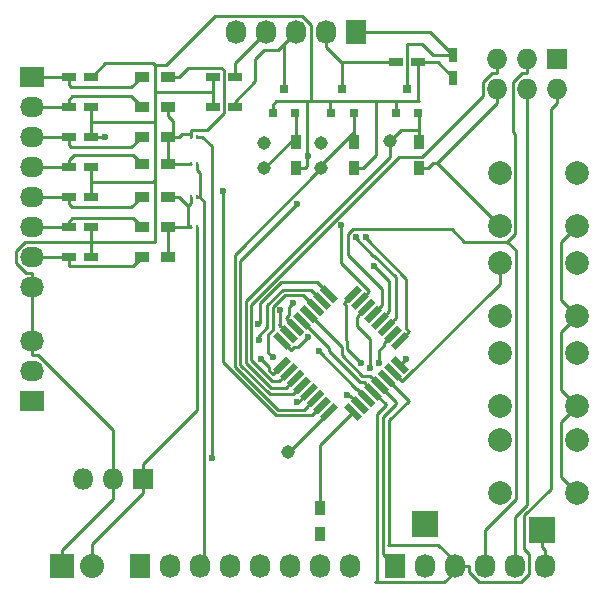
<source format=gbl>
G04 #@! TF.FileFunction,Copper,L2,Bot,Signal*
%FSLAX46Y46*%
G04 Gerber Fmt 4.6, Leading zero omitted, Abs format (unit mm)*
G04 Created by KiCad (PCBNEW 4.0.2-stable) date 01.03.2017 20:49:35*
%MOMM*%
G01*
G04 APERTURE LIST*
%ADD10C,0.100000*%
%ADD11R,2.032000X1.727200*%
%ADD12O,2.032000X1.727200*%
%ADD13R,1.727200X2.032000*%
%ADD14O,1.727200X2.032000*%
%ADD15R,2.032000X2.032000*%
%ADD16O,2.032000X2.032000*%
%ADD17R,2.235200X2.235200*%
%ADD18R,0.800100X0.800100*%
%ADD19R,1.727200X1.727200*%
%ADD20O,1.727200X1.727200*%
%ADD21C,1.143000*%
%ADD22C,2.000000*%
%ADD23R,0.280000X0.430000*%
%ADD24R,1.200000X0.900000*%
%ADD25R,1.200000X0.750000*%
%ADD26R,0.750000X1.200000*%
%ADD27R,0.900000X1.200000*%
%ADD28R,1.800000X1.800000*%
%ADD29O,1.800000X1.800000*%
%ADD30C,0.600000*%
%ADD31C,0.250000*%
G04 APERTURE END LIST*
D10*
D11*
X107188000Y-71120000D03*
D12*
X107188000Y-73660000D03*
X107188000Y-76200000D03*
X107188000Y-78740000D03*
X107188000Y-81280000D03*
X107188000Y-83820000D03*
X107188000Y-86360000D03*
X107188000Y-88900000D03*
D11*
X107188000Y-98552000D03*
D12*
X107188000Y-96012000D03*
X107188000Y-93472000D03*
D13*
X137922000Y-112522000D03*
D14*
X140462000Y-112522000D03*
X143002000Y-112522000D03*
X145542000Y-112522000D03*
X148082000Y-112522000D03*
X150622000Y-112522000D03*
D13*
X116332000Y-112522000D03*
D14*
X118872000Y-112522000D03*
X121412000Y-112522000D03*
X123952000Y-112522000D03*
X126492000Y-112522000D03*
X129032000Y-112522000D03*
X131572000Y-112522000D03*
X134112000Y-112522000D03*
D13*
X134620000Y-67310000D03*
D14*
X132080000Y-67310000D03*
X129540000Y-67310000D03*
X127000000Y-67310000D03*
X124460000Y-67310000D03*
D15*
X109728000Y-112522000D03*
D16*
X112268000Y-112522000D03*
D17*
X140462000Y-108966000D03*
X150368000Y-109474000D03*
D18*
X134427000Y-74152760D03*
X132527000Y-74152760D03*
X133477000Y-72153780D03*
X139888000Y-74152760D03*
X137988000Y-74152760D03*
X138938000Y-72153780D03*
X129474000Y-74152760D03*
X127574000Y-74152760D03*
X128524000Y-72153780D03*
D19*
X151638000Y-69596000D03*
D20*
X151638000Y-72136000D03*
X149098000Y-69596000D03*
X149098000Y-72136000D03*
X146558000Y-69596000D03*
X146558000Y-72136000D03*
D10*
G36*
X127604757Y-93091464D02*
X127993666Y-92702555D01*
X129125037Y-93833926D01*
X128736128Y-94222835D01*
X127604757Y-93091464D01*
X127604757Y-93091464D01*
G37*
G36*
X128170443Y-92525779D02*
X128559352Y-92136870D01*
X129690723Y-93268241D01*
X129301814Y-93657150D01*
X128170443Y-92525779D01*
X128170443Y-92525779D01*
G37*
G36*
X128736128Y-91960093D02*
X129125037Y-91571184D01*
X130256408Y-92702555D01*
X129867499Y-93091464D01*
X128736128Y-91960093D01*
X128736128Y-91960093D01*
G37*
G36*
X129301813Y-91394408D02*
X129690722Y-91005499D01*
X130822093Y-92136870D01*
X130433184Y-92525779D01*
X129301813Y-91394408D01*
X129301813Y-91394408D01*
G37*
G36*
X129867499Y-90828722D02*
X130256408Y-90439813D01*
X131387779Y-91571184D01*
X130998870Y-91960093D01*
X129867499Y-90828722D01*
X129867499Y-90828722D01*
G37*
G36*
X130433184Y-90263037D02*
X130822093Y-89874128D01*
X131953464Y-91005499D01*
X131564555Y-91394408D01*
X130433184Y-90263037D01*
X130433184Y-90263037D01*
G37*
G36*
X130998870Y-89697352D02*
X131387779Y-89308443D01*
X132519150Y-90439814D01*
X132130241Y-90828723D01*
X130998870Y-89697352D01*
X130998870Y-89697352D01*
G37*
G36*
X131564555Y-89131666D02*
X131953464Y-88742757D01*
X133084835Y-89874128D01*
X132695926Y-90263037D01*
X131564555Y-89131666D01*
X131564555Y-89131666D01*
G37*
G36*
X134746536Y-88742757D02*
X135135445Y-89131666D01*
X134004074Y-90263037D01*
X133615165Y-89874128D01*
X134746536Y-88742757D01*
X134746536Y-88742757D01*
G37*
G36*
X135312221Y-89308443D02*
X135701130Y-89697352D01*
X134569759Y-90828723D01*
X134180850Y-90439814D01*
X135312221Y-89308443D01*
X135312221Y-89308443D01*
G37*
G36*
X135877907Y-89874128D02*
X136266816Y-90263037D01*
X135135445Y-91394408D01*
X134746536Y-91005499D01*
X135877907Y-89874128D01*
X135877907Y-89874128D01*
G37*
G36*
X136443592Y-90439813D02*
X136832501Y-90828722D01*
X135701130Y-91960093D01*
X135312221Y-91571184D01*
X136443592Y-90439813D01*
X136443592Y-90439813D01*
G37*
G36*
X137009278Y-91005499D02*
X137398187Y-91394408D01*
X136266816Y-92525779D01*
X135877907Y-92136870D01*
X137009278Y-91005499D01*
X137009278Y-91005499D01*
G37*
G36*
X137574963Y-91571184D02*
X137963872Y-91960093D01*
X136832501Y-93091464D01*
X136443592Y-92702555D01*
X137574963Y-91571184D01*
X137574963Y-91571184D01*
G37*
G36*
X138140648Y-92136870D02*
X138529557Y-92525779D01*
X137398186Y-93657150D01*
X137009277Y-93268241D01*
X138140648Y-92136870D01*
X138140648Y-92136870D01*
G37*
G36*
X138706334Y-92702555D02*
X139095243Y-93091464D01*
X137963872Y-94222835D01*
X137574963Y-93833926D01*
X138706334Y-92702555D01*
X138706334Y-92702555D01*
G37*
G36*
X137574963Y-95142074D02*
X137963872Y-94753165D01*
X139095243Y-95884536D01*
X138706334Y-96273445D01*
X137574963Y-95142074D01*
X137574963Y-95142074D01*
G37*
G36*
X137009277Y-95707759D02*
X137398186Y-95318850D01*
X138529557Y-96450221D01*
X138140648Y-96839130D01*
X137009277Y-95707759D01*
X137009277Y-95707759D01*
G37*
G36*
X136443592Y-96273445D02*
X136832501Y-95884536D01*
X137963872Y-97015907D01*
X137574963Y-97404816D01*
X136443592Y-96273445D01*
X136443592Y-96273445D01*
G37*
G36*
X135877907Y-96839130D02*
X136266816Y-96450221D01*
X137398187Y-97581592D01*
X137009278Y-97970501D01*
X135877907Y-96839130D01*
X135877907Y-96839130D01*
G37*
G36*
X135312221Y-97404816D02*
X135701130Y-97015907D01*
X136832501Y-98147278D01*
X136443592Y-98536187D01*
X135312221Y-97404816D01*
X135312221Y-97404816D01*
G37*
G36*
X134746536Y-97970501D02*
X135135445Y-97581592D01*
X136266816Y-98712963D01*
X135877907Y-99101872D01*
X134746536Y-97970501D01*
X134746536Y-97970501D01*
G37*
G36*
X134180850Y-98536186D02*
X134569759Y-98147277D01*
X135701130Y-99278648D01*
X135312221Y-99667557D01*
X134180850Y-98536186D01*
X134180850Y-98536186D01*
G37*
G36*
X133615165Y-99101872D02*
X134004074Y-98712963D01*
X135135445Y-99844334D01*
X134746536Y-100233243D01*
X133615165Y-99101872D01*
X133615165Y-99101872D01*
G37*
G36*
X132695926Y-98712963D02*
X133084835Y-99101872D01*
X131953464Y-100233243D01*
X131564555Y-99844334D01*
X132695926Y-98712963D01*
X132695926Y-98712963D01*
G37*
G36*
X132130241Y-98147277D02*
X132519150Y-98536186D01*
X131387779Y-99667557D01*
X130998870Y-99278648D01*
X132130241Y-98147277D01*
X132130241Y-98147277D01*
G37*
G36*
X131564555Y-97581592D02*
X131953464Y-97970501D01*
X130822093Y-99101872D01*
X130433184Y-98712963D01*
X131564555Y-97581592D01*
X131564555Y-97581592D01*
G37*
G36*
X130998870Y-97015907D02*
X131387779Y-97404816D01*
X130256408Y-98536187D01*
X129867499Y-98147278D01*
X130998870Y-97015907D01*
X130998870Y-97015907D01*
G37*
G36*
X130433184Y-96450221D02*
X130822093Y-96839130D01*
X129690722Y-97970501D01*
X129301813Y-97581592D01*
X130433184Y-96450221D01*
X130433184Y-96450221D01*
G37*
G36*
X129867499Y-95884536D02*
X130256408Y-96273445D01*
X129125037Y-97404816D01*
X128736128Y-97015907D01*
X129867499Y-95884536D01*
X129867499Y-95884536D01*
G37*
G36*
X129301814Y-95318850D02*
X129690723Y-95707759D01*
X128559352Y-96839130D01*
X128170443Y-96450221D01*
X129301814Y-95318850D01*
X129301814Y-95318850D01*
G37*
G36*
X128736128Y-94753165D02*
X129125037Y-95142074D01*
X127993666Y-96273445D01*
X127604757Y-95884536D01*
X128736128Y-94753165D01*
X128736128Y-94753165D01*
G37*
D21*
X128905000Y-102870000D03*
X126873000Y-78867000D03*
X137541000Y-76581000D03*
X131699000Y-78867000D03*
X126873000Y-76708000D03*
X131699000Y-76708000D03*
D22*
X146812000Y-106354000D03*
X146812000Y-101854000D03*
X153312000Y-106354000D03*
X153312000Y-101854000D03*
X146812000Y-91368000D03*
X146812000Y-86868000D03*
X153312000Y-91368000D03*
X153312000Y-86868000D03*
X146812000Y-98988000D03*
X146812000Y-94488000D03*
X153312000Y-98988000D03*
X153312000Y-94488000D03*
X146812000Y-83748000D03*
X146812000Y-79248000D03*
X153312000Y-83748000D03*
X153312000Y-79248000D03*
D23*
X121164000Y-81280000D03*
X120644000Y-81280000D03*
X121164000Y-83820000D03*
X120644000Y-83820000D03*
X120644000Y-78486000D03*
X121164000Y-78486000D03*
X120644000Y-76200000D03*
X121164000Y-76200000D03*
D24*
X116502000Y-86360000D03*
X118702000Y-86360000D03*
X116502000Y-83820000D03*
X118702000Y-83820000D03*
X116502000Y-81280000D03*
X118702000Y-81280000D03*
X116502000Y-78486000D03*
X118702000Y-78486000D03*
X116502000Y-76200000D03*
X118702000Y-76200000D03*
X116502000Y-73660000D03*
X118702000Y-73660000D03*
X116502000Y-71120000D03*
X118702000Y-71120000D03*
D25*
X110302000Y-86360000D03*
X112202000Y-86360000D03*
X110302000Y-83820000D03*
X112202000Y-83820000D03*
X110302000Y-81280000D03*
X112202000Y-81280000D03*
X110302000Y-78740000D03*
X112202000Y-78740000D03*
X110302000Y-76200000D03*
X112202000Y-76200000D03*
X110302000Y-73660000D03*
X112202000Y-73660000D03*
X110302000Y-71120000D03*
X112202000Y-71120000D03*
X124394000Y-71120000D03*
X122494000Y-71120000D03*
X137988000Y-69850000D03*
X139888000Y-69850000D03*
D26*
X142875000Y-69281000D03*
X142875000Y-71181000D03*
D25*
X124394000Y-73660000D03*
X122494000Y-73660000D03*
D27*
X131572000Y-109812000D03*
X131572000Y-107612000D03*
X134493000Y-78824000D03*
X134493000Y-76624000D03*
X139954000Y-78824000D03*
X139954000Y-76624000D03*
X129540000Y-78824000D03*
X129540000Y-76624000D03*
D28*
X116586000Y-105156000D03*
D29*
X114046000Y-105156000D03*
X111506000Y-105156000D03*
D30*
X136137800Y-87115500D03*
X134645900Y-84708500D03*
X135446300Y-84713600D03*
X123365000Y-80813300D03*
X138911700Y-94978000D03*
X131488500Y-94358100D03*
X130574300Y-77803000D03*
X113359500Y-76201600D03*
X128241000Y-90870500D03*
X126365000Y-92075000D03*
X126573700Y-95020900D03*
X122422900Y-103378500D03*
X129656800Y-81931800D03*
X133345100Y-83685000D03*
X129331600Y-90245100D03*
X129649500Y-98684200D03*
X135021500Y-95339000D03*
X135821900Y-95788400D03*
X136622200Y-95339000D03*
X127616900Y-94864000D03*
X126390700Y-93375900D03*
X130540500Y-93184900D03*
X133904300Y-98058900D03*
D31*
X136638000Y-91765600D02*
X137433700Y-90969900D01*
X137433700Y-88411400D02*
X137433700Y-90969900D01*
X136137800Y-87115500D02*
X137433700Y-88411400D01*
X137203700Y-92331300D02*
X137999400Y-91535600D01*
X134645900Y-84800400D02*
X134645900Y-84708500D01*
X136098300Y-86252800D02*
X134645900Y-84800400D01*
X136184400Y-86252800D02*
X136098300Y-86252800D01*
X137999400Y-88067800D02*
X136184400Y-86252800D01*
X137999400Y-91535600D02*
X137999400Y-88067800D01*
X138335100Y-93462700D02*
X139130800Y-92667000D01*
X135446300Y-84777600D02*
X135446300Y-84713600D01*
X138906100Y-88237400D02*
X135446300Y-84777600D01*
X138906100Y-92442400D02*
X138906100Y-88237400D01*
X139130800Y-92667000D02*
X138906100Y-92442400D01*
X131759000Y-98907400D02*
X130963200Y-99703200D01*
X130906600Y-99759800D02*
X130963200Y-99703200D01*
X127824000Y-99759800D02*
X130906600Y-99759800D01*
X123365000Y-95300800D02*
X127824000Y-99759800D01*
X123365000Y-80813300D02*
X123365000Y-95300800D01*
X138870400Y-94978000D02*
X138911700Y-94978000D01*
X138335100Y-95513300D02*
X138870400Y-94978000D01*
X146812000Y-88628000D02*
X138565200Y-96874800D01*
X137769400Y-96079000D02*
X138565200Y-96874800D01*
X146812000Y-86868000D02*
X146812000Y-88628000D01*
X135506700Y-98341700D02*
X134711000Y-97546000D01*
X134676400Y-97546000D02*
X134711000Y-97546000D01*
X131488500Y-94358100D02*
X134676400Y-97546000D01*
X115613000Y-72009000D02*
X116502000Y-71120000D01*
X110495000Y-72009000D02*
X115613000Y-72009000D01*
X110302000Y-71816000D02*
X110495000Y-72009000D01*
X110302000Y-71120000D02*
X110302000Y-71816000D01*
X106680000Y-71120000D02*
X107188000Y-71120000D01*
X107188000Y-71120000D02*
X110302000Y-71120000D01*
X115613000Y-72771000D02*
X116502000Y-73660000D01*
X110617000Y-72771000D02*
X115613000Y-72771000D01*
X110302000Y-73086000D02*
X110617000Y-72771000D01*
X110302000Y-73660000D02*
X110302000Y-73086000D01*
X116502000Y-73449000D02*
X116502000Y-73660000D01*
X106680000Y-73660000D02*
X107188000Y-73660000D01*
X107188000Y-73660000D02*
X110302000Y-73660000D01*
X115613000Y-77089000D02*
X116502000Y-76200000D01*
X110490000Y-77089000D02*
X115613000Y-77089000D01*
X110302000Y-76901000D02*
X110490000Y-77089000D01*
X110302000Y-76200000D02*
X110302000Y-76901000D01*
X106680000Y-76200000D02*
X107188000Y-76200000D01*
X107188000Y-76200000D02*
X110302000Y-76200000D01*
X115740000Y-77724000D02*
X116502000Y-78486000D01*
X110744000Y-77724000D02*
X115740000Y-77724000D01*
X110302000Y-78166000D02*
X110744000Y-77724000D01*
X110302000Y-78740000D02*
X110302000Y-78166000D01*
X107188000Y-78740000D02*
X110302000Y-78740000D01*
X106680000Y-78740000D02*
X107188000Y-78740000D01*
X115613000Y-82169000D02*
X116502000Y-81280000D01*
X110617000Y-82169000D02*
X115613000Y-82169000D01*
X110302000Y-81854000D02*
X110617000Y-82169000D01*
X110302000Y-81280000D02*
X110302000Y-81854000D01*
X110302000Y-81280000D02*
X107188000Y-81280000D01*
X107188000Y-81280000D02*
X106680000Y-81280000D01*
X115740000Y-83058000D02*
X116502000Y-83820000D01*
X110617000Y-83058000D02*
X115740000Y-83058000D01*
X110302000Y-83373000D02*
X110617000Y-83058000D01*
X110302000Y-83820000D02*
X110302000Y-83373000D01*
X110302000Y-83820000D02*
X107188000Y-83820000D01*
X107188000Y-83820000D02*
X106680000Y-83820000D01*
X115740000Y-87122000D02*
X116502000Y-86360000D01*
X110363000Y-87122000D02*
X115740000Y-87122000D01*
X110302000Y-87061000D02*
X110363000Y-87122000D01*
X110302000Y-86360000D02*
X110302000Y-87061000D01*
X110302000Y-86360000D02*
X107188000Y-86360000D01*
X107188000Y-86360000D02*
X106680000Y-86360000D01*
X136638047Y-97210361D02*
X136638047Y-97268047D01*
X136638047Y-97268047D02*
X138049000Y-98679000D01*
X138049000Y-98679000D02*
X138049000Y-98806000D01*
X138049000Y-98806000D02*
X136906000Y-99949000D01*
X136906000Y-99949000D02*
X136906000Y-111506000D01*
X136906000Y-111506000D02*
X137922000Y-112522000D01*
X141544000Y-69850000D02*
X142875000Y-71181000D01*
X139888000Y-69850000D02*
X141544000Y-69850000D01*
X122494000Y-72324000D02*
X122494000Y-71120000D01*
X122428000Y-72390000D02*
X122494000Y-72324000D01*
X117602000Y-72390000D02*
X122428000Y-72390000D01*
X112202000Y-73660000D02*
X112202000Y-74864000D01*
X112202000Y-74864000D02*
X112202000Y-76200000D01*
X112268000Y-74930000D02*
X112202000Y-74864000D01*
X117602000Y-74930000D02*
X112268000Y-74930000D01*
X112202000Y-74864000D02*
X112202000Y-73660000D01*
X112202000Y-78740000D02*
X112202000Y-80010000D01*
X112202000Y-80010000D02*
X112202000Y-81280000D01*
X117602000Y-74930000D02*
X117602000Y-79883000D01*
X112202000Y-83820000D02*
X112202000Y-85090000D01*
X112202000Y-85090000D02*
X112202000Y-86360000D01*
X122494000Y-71120000D02*
X122494000Y-72324000D01*
X117602000Y-72390000D02*
X117602000Y-74930000D01*
X122494000Y-72324000D02*
X122494000Y-73660000D01*
X117602000Y-79883000D02*
X117602000Y-79946500D01*
X117602000Y-79946500D02*
X117602000Y-80010000D01*
X117602000Y-79883000D02*
X117602000Y-79946500D01*
X117602000Y-79946500D02*
X117602000Y-80010000D01*
X107188000Y-93472000D02*
X107188000Y-94660900D01*
X114046000Y-100998800D02*
X114046000Y-105156000D01*
X107708100Y-94660900D02*
X114046000Y-100998800D01*
X107188000Y-94660900D02*
X107708100Y-94660900D01*
X114046000Y-106862700D02*
X109728000Y-111180700D01*
X114046000Y-105156000D02*
X114046000Y-106862700D01*
X109728000Y-112522000D02*
X109728000Y-111180700D01*
X151986600Y-100313400D02*
X153312000Y-98988000D01*
X151986600Y-105028600D02*
X151986600Y-100313400D01*
X153312000Y-106354000D02*
X151986600Y-105028600D01*
X117475000Y-80010000D02*
X117602000Y-79883000D01*
X112202000Y-80010000D02*
X117475000Y-80010000D01*
X107188000Y-93472000D02*
X107188000Y-88900000D01*
X129540000Y-78824000D02*
X130315300Y-78824000D01*
X132461000Y-74086800D02*
X132527000Y-74152800D01*
X132461000Y-73152000D02*
X132461000Y-74086800D01*
X130810000Y-73152000D02*
X132461000Y-73152000D01*
X118583200Y-70104000D02*
X117602000Y-70104000D01*
X122731600Y-65955600D02*
X118583200Y-70104000D01*
X130038200Y-65955600D02*
X122731600Y-65955600D01*
X130810000Y-66727400D02*
X130038200Y-65955600D01*
X130810000Y-73152000D02*
X130810000Y-66727400D01*
X117475000Y-69977000D02*
X117602000Y-70104000D01*
X113411000Y-69977000D02*
X117475000Y-69977000D01*
X112268000Y-71120000D02*
X113411000Y-69977000D01*
X112202000Y-71120000D02*
X112268000Y-71120000D01*
X117602000Y-70104000D02*
X117602000Y-72390000D01*
X127889000Y-73152000D02*
X130450100Y-73152000D01*
X127574000Y-73467000D02*
X127889000Y-73152000D01*
X127574000Y-74152800D02*
X127574000Y-73467000D01*
X130450100Y-73152000D02*
X130810000Y-73152000D01*
X130450100Y-77803000D02*
X130574300Y-77803000D01*
X130450100Y-73152000D02*
X130450100Y-77803000D01*
X130450100Y-78689200D02*
X130315300Y-78824000D01*
X130450100Y-77803000D02*
X130450100Y-78689200D01*
X117602000Y-85090000D02*
X112202000Y-85090000D01*
X117602000Y-80010000D02*
X117602000Y-85090000D01*
X106667900Y-87711100D02*
X107188000Y-87711100D01*
X107188000Y-88900000D02*
X107188000Y-87711100D01*
X112202000Y-85090000D02*
X106601800Y-85090000D01*
X106601800Y-85090000D02*
X105837000Y-85854800D01*
X105837000Y-85854800D02*
X105837000Y-86880200D01*
X105837000Y-86880200D02*
X106667900Y-87711100D01*
X112202000Y-76200000D02*
X113127300Y-76200000D01*
X113128900Y-76201600D02*
X113359500Y-76201600D01*
X113127300Y-76200000D02*
X113128900Y-76201600D01*
X136638000Y-97210400D02*
X135842300Y-96414700D01*
X146558000Y-72136000D02*
X146558000Y-73324900D01*
X139954000Y-78824000D02*
X140729300Y-78824000D01*
X146558000Y-73324900D02*
X141473500Y-78409400D01*
X141473400Y-78409400D02*
X141473500Y-78409400D01*
X141143900Y-78409400D02*
X141473400Y-78409400D01*
X140729300Y-78824000D02*
X141143900Y-78409400D01*
X141473500Y-78409400D02*
X146812000Y-83748000D01*
X132461000Y-73152000D02*
X136321100Y-73152000D01*
X136321100Y-77771200D02*
X135268300Y-78824000D01*
X136321100Y-73152000D02*
X136321100Y-77771200D01*
X134493000Y-78824000D02*
X135268300Y-78824000D01*
X151986600Y-97662600D02*
X153312000Y-98988000D01*
X151986600Y-92693400D02*
X151986600Y-97662600D01*
X153312000Y-91368000D02*
X151986600Y-92693400D01*
X151986600Y-90042600D02*
X153312000Y-91368000D01*
X151986600Y-85073400D02*
X151986600Y-90042600D01*
X153312000Y-83748000D02*
X151986600Y-85073400D01*
X136321100Y-73152000D02*
X137854500Y-73152000D01*
X139888000Y-73086000D02*
X139888000Y-69850000D01*
X139954000Y-73152000D02*
X139888000Y-73086000D01*
X137854500Y-73152000D02*
X139954000Y-73152000D01*
X137988000Y-73285500D02*
X137988000Y-74152800D01*
X137854500Y-73152000D02*
X137988000Y-73285500D01*
X133424200Y-93996600D02*
X130627600Y-91200000D01*
X133424200Y-94675900D02*
X133424200Y-93996600D01*
X135163000Y-96414700D02*
X133424200Y-94675900D01*
X135842300Y-96414700D02*
X135163000Y-96414700D01*
X143002000Y-112522000D02*
X143002000Y-112141000D01*
X143002000Y-112141000D02*
X141605000Y-110744000D01*
X137414000Y-100203000D02*
X139088000Y-98529000D01*
X137414000Y-110686002D02*
X137414000Y-100203000D01*
X137356002Y-110744000D02*
X137414000Y-110686002D01*
X141605000Y-110744000D02*
X137356002Y-110744000D01*
X143002000Y-112522000D02*
X143002000Y-113030000D01*
X143002000Y-113030000D02*
X142113000Y-113919000D01*
X137160000Y-98863686D02*
X136072361Y-97776047D01*
X137160000Y-98933000D02*
X137160000Y-98863686D01*
X136398000Y-99695000D02*
X137160000Y-98933000D01*
X136398000Y-113792000D02*
X136398000Y-99695000D01*
X136271000Y-113919000D02*
X136398000Y-113792000D01*
X142113000Y-113919000D02*
X136271000Y-113919000D01*
X121797600Y-112136400D02*
X121797600Y-104184100D01*
X121797600Y-81680900D02*
X121396700Y-81280000D01*
X121797600Y-81680900D02*
X121797600Y-104184100D01*
X121797600Y-112136400D02*
X121412000Y-112522000D01*
X137203700Y-96644700D02*
X137999400Y-97440400D01*
X121164000Y-81280000D02*
X121396700Y-81280000D01*
X121164000Y-78486000D02*
X121164000Y-79026300D01*
X121164000Y-79026300D02*
X121396700Y-79259000D01*
X121396700Y-79259000D02*
X121396700Y-81280000D01*
X137999400Y-97440400D02*
X139088000Y-98529000D01*
X142223600Y-112662500D02*
X142223600Y-112522000D01*
X143001300Y-112522000D02*
X142223600Y-112522000D01*
X151638000Y-72136000D02*
X151638000Y-73324900D01*
X143002000Y-112522000D02*
X143001300Y-112522000D01*
X151145400Y-73817500D02*
X151638000Y-73324900D01*
X151145400Y-105982400D02*
X151145400Y-73817500D01*
X148899400Y-108228400D02*
X151145400Y-105982400D01*
X148899400Y-111132500D02*
X148899400Y-108228400D01*
X149295400Y-111528500D02*
X148899400Y-111132500D01*
X149295400Y-113179800D02*
X149295400Y-111528500D01*
X148591600Y-113883600D02*
X149295400Y-113179800D01*
X145032400Y-113883600D02*
X148591600Y-113883600D01*
X144190900Y-113042100D02*
X145032400Y-113883600D01*
X144190900Y-112522000D02*
X144190900Y-113042100D01*
X143002000Y-112522000D02*
X144190900Y-112522000D01*
X134994300Y-96980300D02*
X135276700Y-96980300D01*
X132384600Y-94370600D02*
X134994300Y-96980300D01*
X132384600Y-94088200D02*
X132384600Y-94370600D01*
X130062000Y-91765600D02*
X132384600Y-94088200D01*
X136072400Y-97776000D02*
X135276700Y-96980300D01*
X148196300Y-85817100D02*
X148196300Y-106850800D01*
X147457300Y-85078100D02*
X148196300Y-85817100D01*
X148196300Y-106850800D02*
X145542000Y-109505100D01*
X145542000Y-109505100D02*
X145542000Y-112522000D01*
X136072400Y-91200000D02*
X136868100Y-90404300D01*
X149098000Y-69596000D02*
X149098000Y-70784900D01*
X148726400Y-70784900D02*
X149098000Y-70784900D01*
X147909100Y-71602200D02*
X148726400Y-70784900D01*
X147909100Y-75774900D02*
X147909100Y-71602200D01*
X148137400Y-76003200D02*
X147909100Y-75774900D01*
X148137400Y-84398000D02*
X148137400Y-76003200D01*
X147457300Y-85078100D02*
X148137400Y-84398000D01*
X143784900Y-85078100D02*
X147457300Y-85078100D01*
X142745000Y-84038200D02*
X143784900Y-85078100D01*
X134382300Y-84038200D02*
X142745000Y-84038200D01*
X133981500Y-84439000D02*
X134382300Y-84038200D01*
X133981500Y-86175900D02*
X133981500Y-84439000D01*
X136868100Y-89062500D02*
X133981500Y-86175900D01*
X136868100Y-90404300D02*
X136868100Y-89062500D01*
X148082000Y-108408800D02*
X148082000Y-112522000D01*
X149098000Y-72136000D02*
X149098000Y-107392800D01*
X149098000Y-107392800D02*
X148082000Y-108408800D01*
X128930600Y-92897000D02*
X128134800Y-92101200D01*
X128240900Y-90870500D02*
X128241000Y-90870500D01*
X128240900Y-91995100D02*
X128240900Y-90870500D01*
X128134800Y-92101200D02*
X128240900Y-91995100D01*
X150622000Y-111170900D02*
X150622000Y-112522000D01*
X150368000Y-110916900D02*
X150622000Y-111170900D01*
X150368000Y-109474000D02*
X150368000Y-110916900D01*
X126365000Y-92075000D02*
X126492000Y-91948000D01*
X126492000Y-91948000D02*
X126492000Y-90290198D01*
X126492000Y-90290198D02*
X128263198Y-88519000D01*
X128263198Y-88519000D02*
X131340798Y-88519000D01*
X131340798Y-88519000D02*
X132324695Y-89502897D01*
X127279600Y-95726800D02*
X126573700Y-95020900D01*
X127279600Y-96019300D02*
X127279600Y-95726800D01*
X127569300Y-96308900D02*
X127279600Y-96019300D01*
X128364900Y-95513300D02*
X127569300Y-96308900D01*
X128927800Y-102870000D02*
X132324700Y-99473100D01*
X128905000Y-102870000D02*
X128927800Y-102870000D01*
X140904000Y-67310000D02*
X142875000Y-69281000D01*
X134620000Y-67310000D02*
X140904000Y-67310000D01*
X138938000Y-68326000D02*
X138938000Y-72153800D01*
X140208000Y-68326000D02*
X138938000Y-68326000D01*
X141163000Y-69281000D02*
X140208000Y-68326000D01*
X142875000Y-69281000D02*
X141163000Y-69281000D01*
X137988000Y-69850000D02*
X133350000Y-69850000D01*
X133477000Y-69977000D02*
X133350000Y-69850000D01*
X133477000Y-72153800D02*
X133477000Y-69977000D01*
X132080000Y-68580000D02*
X132080000Y-67310000D01*
X133350000Y-69850000D02*
X132080000Y-68580000D01*
X129667000Y-67437000D02*
X129540000Y-67310000D01*
X128524000Y-72153800D02*
X128524000Y-68326000D01*
X128524000Y-68326000D02*
X129540000Y-67310000D01*
X128016000Y-68834000D02*
X128524000Y-68326000D01*
X126873000Y-68834000D02*
X128016000Y-68834000D01*
X126111000Y-69596000D02*
X126873000Y-68834000D01*
X126111000Y-71501000D02*
X126111000Y-69596000D01*
X124394000Y-73218000D02*
X126111000Y-71501000D01*
X124394000Y-73660000D02*
X124394000Y-73218000D01*
X128524000Y-68326000D02*
X129540000Y-67310000D01*
X112268000Y-110699300D02*
X112268000Y-112522000D01*
X116586000Y-106381300D02*
X112268000Y-110699300D01*
X116586000Y-105718800D02*
X116586000Y-106381300D01*
X116586000Y-105718800D02*
X116586000Y-105156000D01*
X116586000Y-105156000D02*
X116586000Y-103930700D01*
X121164000Y-99352700D02*
X116586000Y-103930700D01*
X121164000Y-84360300D02*
X121164000Y-99352700D01*
X121164000Y-83820000D02*
X121164000Y-84360300D01*
X121164000Y-76200000D02*
X121629300Y-76200000D01*
X122422900Y-76993600D02*
X122422900Y-103378500D01*
X121629300Y-76200000D02*
X122422900Y-76993600D01*
X129540000Y-76624000D02*
X129540000Y-76215700D01*
X129540000Y-74218800D02*
X129474000Y-74152800D01*
X129540000Y-76215700D02*
X129540000Y-74218800D01*
X126888700Y-78867000D02*
X126873000Y-78867000D01*
X129540000Y-76215700D02*
X126888700Y-78867000D01*
X127344100Y-98006100D02*
X129266300Y-98006100D01*
X124837100Y-95499100D02*
X127344100Y-98006100D01*
X124837100Y-86751500D02*
X124837100Y-95499100D01*
X129656800Y-81931800D02*
X124837100Y-86751500D01*
X130062000Y-97210400D02*
X129266300Y-98006100D01*
X139954000Y-76624000D02*
X139954000Y-75638400D01*
X139954000Y-74218800D02*
X139888000Y-74152800D01*
X139954000Y-75638400D02*
X139954000Y-74218800D01*
X138483600Y-75638400D02*
X137541000Y-76581000D01*
X139954000Y-75638400D02*
X138483600Y-75638400D01*
X127415300Y-97440400D02*
X128700600Y-97440400D01*
X125288900Y-95314000D02*
X127415300Y-97440400D01*
X125288900Y-90133800D02*
X125288900Y-95314000D01*
X137541000Y-77881700D02*
X125288900Y-90133800D01*
X137541000Y-76581000D02*
X137541000Y-77881700D01*
X129496300Y-96644700D02*
X128700600Y-97440400D01*
X131193300Y-98341700D02*
X130397600Y-99137400D01*
X130225500Y-99309500D02*
X130397600Y-99137400D01*
X128010600Y-99309500D02*
X130225500Y-99309500D01*
X124386800Y-95685700D02*
X128010600Y-99309500D01*
X124386800Y-86179200D02*
X124386800Y-95685700D01*
X131699000Y-78867000D02*
X124386800Y-86179200D01*
X134493000Y-76624000D02*
X134493000Y-75825500D01*
X134493000Y-74218800D02*
X134427000Y-74152800D01*
X134493000Y-75825500D02*
X134493000Y-74218800D01*
X131699000Y-78619500D02*
X131699000Y-78867000D01*
X134493000Y-75825500D02*
X131699000Y-78619500D01*
X134941000Y-90068600D02*
X135736800Y-89272800D01*
X133345100Y-86881100D02*
X135736800Y-89272800D01*
X133345100Y-83685000D02*
X133345100Y-86881100D01*
X128927100Y-91309100D02*
X128700600Y-91535600D01*
X128927100Y-90649600D02*
X128927100Y-91309100D01*
X129331600Y-90245100D02*
X128927100Y-90649600D01*
X129496300Y-92331300D02*
X128700600Y-91535600D01*
X129719400Y-98684200D02*
X130627600Y-97776000D01*
X129649500Y-98684200D02*
X129719400Y-98684200D01*
X134375300Y-89502900D02*
X133579700Y-90298500D01*
X133810400Y-90529300D02*
X133579700Y-90298500D01*
X133810400Y-93427500D02*
X133810400Y-90529300D01*
X133874500Y-93491600D02*
X133810400Y-93427500D01*
X133874500Y-94192000D02*
X133874500Y-93491600D01*
X135021500Y-95339000D02*
X133874500Y-94192000D01*
X134711000Y-92205200D02*
X134711000Y-91430000D01*
X135821900Y-93316100D02*
X134711000Y-92205200D01*
X135821900Y-95788400D02*
X135821900Y-93316100D01*
X135506700Y-90634300D02*
X134711000Y-91430000D01*
X134375305Y-99473103D02*
X134398103Y-99473103D01*
X134398103Y-99473103D02*
X131572000Y-102299206D01*
X131572000Y-102299206D02*
X131572000Y-107612000D01*
X137769400Y-92897000D02*
X136973800Y-93692600D01*
X136973800Y-93692700D02*
X136973800Y-93692600D01*
X136973800Y-93873100D02*
X136973800Y-93692700D01*
X136622200Y-94224700D02*
X136973800Y-93873100D01*
X136622200Y-95339000D02*
X136622200Y-94224700D01*
X127220200Y-94467300D02*
X127616900Y-94864000D01*
X127220200Y-92925800D02*
X127220200Y-94467300D01*
X127582000Y-92564000D02*
X127220200Y-92925800D01*
X127582000Y-90640000D02*
X127582000Y-92564000D01*
X128602200Y-89619800D02*
X127582000Y-90640000D01*
X130178800Y-89619800D02*
X128602200Y-89619800D01*
X131193300Y-90634300D02*
X130178800Y-89619800D01*
X126390700Y-93028300D02*
X126390700Y-93375900D01*
X127090200Y-92328800D02*
X126390700Y-93028300D01*
X127090200Y-90466300D02*
X127090200Y-92328800D01*
X128417000Y-89139500D02*
X127090200Y-90466300D01*
X130829900Y-89139500D02*
X128417000Y-89139500D01*
X131759000Y-90068600D02*
X130829900Y-89139500D01*
X129689800Y-94035600D02*
X130540500Y-93184900D01*
X129383300Y-94035600D02*
X129689800Y-94035600D01*
X129160600Y-94258300D02*
X129383300Y-94035600D01*
X128364900Y-93462700D02*
X129160600Y-94258300D01*
X128930600Y-96079000D02*
X128134800Y-96874800D01*
X146558000Y-69596000D02*
X146558000Y-70784900D01*
X146186400Y-70784900D02*
X146558000Y-70784900D01*
X145369100Y-71602200D02*
X146186400Y-70784900D01*
X145369100Y-72754100D02*
X145369100Y-71602200D01*
X140224600Y-77898600D02*
X145369100Y-72754100D01*
X138247200Y-77898600D02*
X140224600Y-77898600D01*
X125739300Y-90406500D02*
X138247200Y-77898600D01*
X125739300Y-95118700D02*
X125739300Y-90406500D01*
X127495400Y-96874800D02*
X125739300Y-95118700D01*
X128134800Y-96874800D02*
X127495400Y-96874800D01*
X124394000Y-69916000D02*
X127000000Y-67310000D01*
X124394000Y-71120000D02*
X124394000Y-69916000D01*
X120644000Y-83820000D02*
X120411400Y-83820000D01*
X120411400Y-83820000D02*
X120178700Y-83820000D01*
X120644000Y-81280000D02*
X120644000Y-81820300D01*
X118702000Y-83820000D02*
X120178700Y-83820000D01*
X118702000Y-86360000D02*
X118702000Y-85584700D01*
X118702000Y-83820000D02*
X118702000Y-85584700D01*
X119638500Y-81280000D02*
X120411400Y-82052900D01*
X118702000Y-81280000D02*
X119638500Y-81280000D01*
X120644000Y-81820300D02*
X120411400Y-82052900D01*
X120411400Y-82052900D02*
X120411400Y-83820000D01*
X118702000Y-71120000D02*
X119627300Y-71120000D01*
X120644000Y-78486000D02*
X120178700Y-78486000D01*
X118702000Y-76200000D02*
X118702000Y-78486000D01*
X118702000Y-78486000D02*
X120178700Y-78486000D01*
X120644000Y-76200000D02*
X120644000Y-75929800D01*
X120644000Y-75929800D02*
X120644000Y-75659700D01*
X119897500Y-75929800D02*
X119627300Y-76200000D01*
X120644000Y-75929800D02*
X119897500Y-75929800D01*
X121985900Y-75659700D02*
X120644000Y-75659700D01*
X123419400Y-74226200D02*
X121985900Y-75659700D01*
X123419400Y-70536300D02*
X123419400Y-74226200D01*
X123240100Y-70357000D02*
X123419400Y-70536300D01*
X120390300Y-70357000D02*
X123240100Y-70357000D01*
X119627300Y-71120000D02*
X120390300Y-70357000D01*
X118702000Y-76200000D02*
X119164700Y-76200000D01*
X119164700Y-76200000D02*
X119627300Y-76200000D01*
X119164700Y-74898000D02*
X118702000Y-74435300D01*
X119164700Y-76200000D02*
X119164700Y-74898000D01*
X118702000Y-73660000D02*
X118702000Y-74435300D01*
X134941000Y-98907400D02*
X134145400Y-98111700D01*
X133957200Y-98111800D02*
X133904300Y-98058900D01*
X134145300Y-98111800D02*
X133957200Y-98111800D01*
X134145400Y-98111700D02*
X134145300Y-98111800D01*
M02*

</source>
